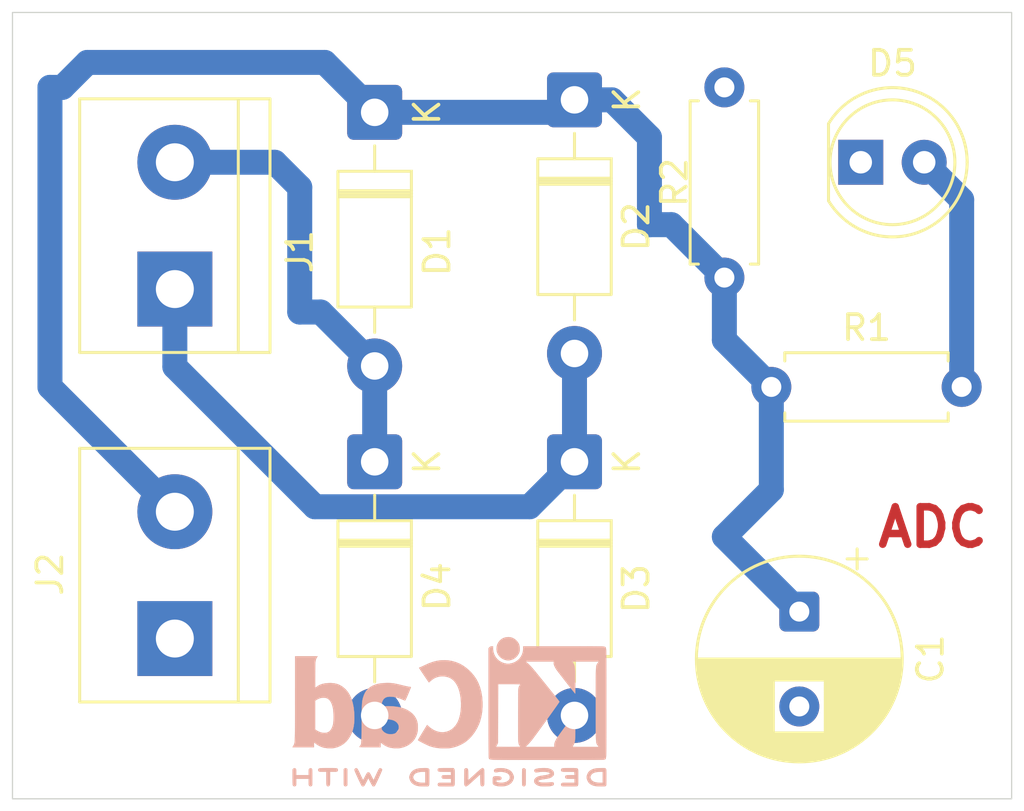
<source format=kicad_pcb>
(kicad_pcb (version 20241229) (generator "pcbnew") (generator_version "9.0")
  (layers (0 "F.Cu" signal) (2 "B.Cu" signal) (13 "F.Paste" user) (15 "B.Paste" user) (5 "F.SilkS" user "F.Silkscreen") (7 "B.SilkS" user "B.Silkscreen") (1 "F.Mask" user) (3 "B.Mask" user) (25 "Edge.Cuts" user))
  (net 0 "")
  (net 1 "GND")
  (net 2 "/+ve")
  (net 3 "Net-(D1-A)")
  (net 4 "Net-(D2-A)")
  (net 5 "Net-(D5-A)")
  (footprint "MountingHole:ToolingHole_1.152mm" (layer "F.Cu") (at 158.5 72.5)
    (property "Reference" "REF**" (hide yes))
    (property "Value" "ToolingHole_1.152mm" (hide yes))
    (pad "" np_thru_hole circle (at 0 0) (size 1.152 1.152) (drill 1.152) (layers "*.Cu" "*.Mask"))
  )
  (footprint "Resistor_THT:R_Axial_DIN0207_L6.3mm_D2.5mm_P7.62mm_Horizontal" (layer "F.Cu") (at 148 82.12 90)
    (property "Reference" "R2" (at 3.81 -2 90) (layer "F.SilkS"))
    (property "Value" "10k")
    (pad "1" thru_hole circle (at 0 0 90) (size 1.6 1.6) (drill 0.8) (layers "*.Cu" "*.Mask") (net 2 "/+ve"))
    (pad "2" thru_hole circle (at 7.62 0 90) (size 1.6 1.6) (drill 0.8) (layers "*.Cu" "*.Mask") (net 1 "GND"))
  )
  (footprint "Diode_THT:D_DO-41_SOD81_P10.16mm_Horizontal" (layer "F.Cu") (at 134 75.5 -90)
    (property "Reference" "D1" (at 5.58 -2.5 90) (layer "F.SilkS"))
    (property "Value" "1N4007")
    (fp_text user "K" (at 0 -2.1 90) (layer "F.SilkS"))
    (pad "1" thru_hole roundrect (at 0 0 270) (size 2.2 2.2) (drill 1.1) (layers "*.Cu" "*.Mask") (roundrect_rratio 0.113636) (net 2 "/+ve"))
    (pad "2" thru_hole circle (at 10.16 0 270) (size 2.2 2.2) (drill 1.1) (layers "*.Cu" "*.Mask") (net 3 "Net-(D1-A)"))
  )
  (footprint "Diode_THT:D_DO-41_SOD81_P10.16mm_Horizontal" (layer "F.Cu") (at 134 89.5 -90)
    (property "Reference" "D4" (at 5 -2.5 90) (layer "F.SilkS"))
    (property "Value" "1N4007")
    (fp_text user "K" (at 0 -2.1 90) (layer "F.SilkS"))
    (pad "1" thru_hole roundrect (at 0 0 270) (size 2.2 2.2) (drill 1.1) (layers "*.Cu" "*.Mask") (roundrect_rratio 0.113636) (net 3 "Net-(D1-A)"))
    (pad "2" thru_hole circle (at 10.16 0 270) (size 2.2 2.2) (drill 1.1) (layers "*.Cu" "*.Mask") (net 1 "GND"))
  )
  (footprint "MountingHole:ToolingHole_1.152mm" (layer "F.Cu") (at 120.5 72.5)
    (property "Reference" "REF**" (hide yes))
    (property "Value" "ToolingHole_1.152mm" (hide yes))
    (pad "" np_thru_hole circle (at 0 0) (size 1.152 1.152) (drill 1.152) (layers "*.Cu" "*.Mask"))
  )
  (footprint "Resistor_THT:R_Axial_DIN0207_L6.3mm_D2.5mm_P7.62mm_Horizontal" (layer "F.Cu") (at 149.88 86.5)
    (property "Reference" "R1" (at 3.81 -2.37 0) (layer "F.SilkS"))
    (property "Value" "2.2k")
    (pad "1" thru_hole circle (at 0 0) (size 1.6 1.6) (drill 0.8) (layers "*.Cu" "*.Mask") (net 2 "/+ve"))
    (pad "2" thru_hole circle (at 7.62 0) (size 1.6 1.6) (drill 0.8) (layers "*.Cu" "*.Mask") (net 5 "Net-(D5-A)"))
  )
  (footprint "TerminalBlock:TerminalBlock_bornier-2_P5.08mm" (layer "F.Cu") (at 126 82.58 90)
    (property "Reference" "J1" (at 1.5 5 90) (layer "F.SilkS"))
    (property "Value" "J1" (hide yes))
    (pad "1" thru_hole rect (at 0 0 90) (size 3 3) (drill 1.52) (layers "*.Cu" "*.Mask") (net 4 "Net-(D2-A)"))
    (pad "2" thru_hole circle (at 5.08 0 90) (size 3 3) (drill 1.52) (layers "*.Cu" "*.Mask") (net 3 "Net-(D1-A)"))
  )
  (footprint "Diode_THT:D_DO-41_SOD81_P10.16mm_Horizontal" (layer "F.Cu") (at 142 75 -90)
    (property "Reference" "D2" (at 5.08 -2.47 90) (layer "F.SilkS"))
    (property "Value" "1N4007" (hide yes))
    (fp_text user "K" (at 0 -2.1 90) (layer "F.SilkS"))
    (pad "1" thru_hole roundrect (at 0 0 270) (size 2.2 2.2) (drill 1.1) (layers "*.Cu" "*.Mask") (roundrect_rratio 0.113636) (net 2 "/+ve"))
    (pad "2" thru_hole circle (at 10.16 0 270) (size 2.2 2.2) (drill 1.1) (layers "*.Cu" "*.Mask") (net 4 "Net-(D2-A)"))
  )
  (footprint "Diode_THT:D_DO-41_SOD81_P10.16mm_Horizontal" (layer "F.Cu") (at 142 89.5 -90)
    (property "Reference" "D3" (at 5.08 -2.47 90) (layer "F.SilkS"))
    (property "Value" "1N4007")
    (fp_text user "K" (at 0 -2.1 90) (layer "F.SilkS"))
    (pad "1" thru_hole roundrect (at 0 0 270) (size 2.2 2.2) (drill 1.1) (layers "*.Cu" "*.Mask") (roundrect_rratio 0.113636) (net 4 "Net-(D2-A)"))
    (pad "2" thru_hole circle (at 10.16 0 270) (size 2.2 2.2) (drill 1.1) (layers "*.Cu" "*.Mask") (net 1 "GND"))
  )
  (footprint "LED_THT:LED_D5.0mm" (layer "F.Cu") (at 153.46 77.5)
    (property "Reference" "D5" (at 1.27 -3.96 0) (layer "F.SilkS"))
    (property "Value" "LED")
    (pad "1" thru_hole rect (at 0 0) (size 1.8 1.8) (drill 0.9) (layers "*.Cu" "*.Mask") (net 1 "GND"))
    (pad "2" thru_hole circle (at 2.54 0) (size 1.8 1.8) (drill 0.9) (layers "*.Cu" "*.Mask") (net 5 "Net-(D5-A)"))
  )
  (footprint "TerminalBlock:TerminalBlock_bornier-2_P5.08mm" (layer "F.Cu") (at 126 96.58 90)
    (property "Reference" "J2" (at 2.58 -5 90) (layer "F.SilkS"))
    (property "Value" "Screw_Terminal_01x02" (hide yes))
    (pad "1" thru_hole rect (at 0 0 90) (size 3 3) (drill 1.52) (layers "*.Cu" "*.Mask") (net 1 "GND"))
    (pad "2" thru_hole circle (at 5.08 0 90) (size 3 3) (drill 1.52) (layers "*.Cu" "*.Mask") (net 2 "/+ve"))
  )
  (footprint "MountingHole:ToolingHole_1.152mm" (layer "F.Cu") (at 158.5 102)
    (property "Reference" "REF**" (hide yes))
    (property "Value" "ToolingHole_1.152mm" (hide yes))
    (pad "" np_thru_hole circle (at 0 0) (size 1.152 1.152) (drill 1.152) (layers "*.Cu" "*.Mask"))
  )
  (footprint "MountingHole:ToolingHole_1.152mm" (layer "F.Cu") (at 120.5 102)
    (property "Reference" "REF**" (hide yes))
    (property "Value" "ToolingHole_1.152mm" (hide yes))
    (pad "" np_thru_hole circle (at 0 0) (size 1.152 1.152) (drill 1.152) (layers "*.Cu" "*.Mask"))
  )
  (footprint "Capacitor_THT:CP_Radial_D8.0mm_P3.80mm" (layer "F.Cu") (at 151 95.5 -90)
    (property "Reference" "C1" (at 1.9 -5.25 90) (layer "F.SilkS"))
    (property "Value" "1000uF")
    (pad "1" thru_hole roundrect (at 0 0 270) (size 1.6 1.6) (drill 0.8) (layers "*.Cu" "*.Mask") (roundrect_rratio 0.15625) (net 2 "/+ve"))
    (pad "2" thru_hole circle (at 3.8 0 270) (size 1.6 1.6) (drill 0.8) (layers "*.Cu" "*.Mask") (net 1 "GND"))
  )
  (footprint "Symbol:KiCad-Logo2_5mm_SilkScreen" (layer "B.Cu") (at 137 99.5 180)
    (property "Reference" "REF**" (hide yes))
    (property "Value" "KiCad-Logo2_5mm_SilkScreen" (hide yes))
  )
  (gr_text "ADC" (at 154 93 0) (layer "F.Cu") (effects (font (size 1.5 1.5) (thickness 0.3) (bold yes)) (justify left bottom)))
  (gr_text_box "" (start 119.5 71.5) (end 159.5 103) (margins 1.0025 1.0025 1.0025 1.0025) (layer "Edge.Cuts") (effects (font (size 1 1)) (justify left top)) (border yes) (stroke (width 0.05)))
  (segment (start 122.5 73.5) (end 132 73.5) (width 1) (layer "B.Cu") (net 2))
  (segment (start 145 80) (end 145.88 80) (width 1) (layer "B.Cu") (net 2))
  (segment (start 149.88 90.62) (end 148 92.5) (width 1) (layer "B.Cu") (net 2))
  (segment (start 121.5 74.5) (end 122.5 73.5) (width 1) (layer "B.Cu") (net 2))
  (segment (start 142 75) (end 143.5 75) (width 1) (layer "B.Cu") (net 2))
  (segment (start 145.88 80) (end 148 82.12) (width 1) (layer "B.Cu") (net 2))
  (segment (start 148 82.12) (end 148 84.62) (width 1) (layer "B.Cu") (net 2))
  (segment (start 121 74.5) (end 121.5 74.5) (width 1) (layer "B.Cu") (net 2))
  (segment (start 143.5 75) (end 145 76.5) (width 1) (layer "B.Cu") (net 2))
  (segment (start 148 84.62) (end 149.88 86.5) (width 1) (layer "B.Cu") (net 2))
  (segment (start 126 91.5) (end 121 86.5) (width 1) (layer "B.Cu") (net 2))
  (segment (start 145 76.5) (end 145 80) (width 1) (layer "B.Cu") (net 2))
  (segment (start 148 92.5) (end 151 95.5) (width 1) (layer "B.Cu") (net 2))
  (segment (start 149.88 86.5) (end 149.88 90.62) (width 1) (layer "B.Cu") (net 2))
  (segment (start 134 75.5) (end 141.5 75.5) (width 1) (layer "B.Cu") (net 2))
  (segment (start 132 73.5) (end 134 75.5) (width 1) (layer "B.Cu") (net 2))
  (segment (start 141.5 75.5) (end 142 75) (width 1) (layer "B.Cu") (net 2))
  (segment (start 121 86.5) (end 121 74.5) (width 1) (layer "B.Cu") (net 2))
  (segment (start 131.84 83.5) (end 134 85.66) (width 1) (layer "B.Cu") (net 3))
  (segment (start 131 78.5) (end 131 83.5) (width 1) (layer "B.Cu") (net 3))
  (segment (start 134 85.66) (end 134 89.5) (width 1) (layer "B.Cu") (net 3))
  (segment (start 131 83.5) (end 131.84 83.5) (width 1) (layer "B.Cu") (net 3))
  (segment (start 134 85.5) (end 134 85.66) (width 1) (layer "B.Cu") (net 3))
  (segment (start 126 77.5) (end 130 77.5) (width 1) (layer "B.Cu") (net 3))
  (segment (start 130 77.5) (end 131 78.5) (width 1) (layer "B.Cu") (net 3))
  (segment (start 131.608315 91.301) (end 140.199 91.301) (width 1) (layer "B.Cu") (net 4))
  (segment (start 126 85.692685) (end 131.608315 91.301) (width 1) (layer "B.Cu") (net 4))
  (segment (start 140.199 91.301) (end 142 89.5) (width 1) (layer "B.Cu") (net 4))
  (segment (start 142 85.16) (end 142 89.5) (width 1) (layer "B.Cu") (net 4))
  (segment (start 126 82.58) (end 126 85.692685) (width 1) (layer "B.Cu") (net 4))
  (segment (start 157.5 79) (end 156 77.5) (width 1) (layer "B.Cu") (net 5))
  (segment (start 157.5 86.5) (end 157.5 79) (width 1) (layer "B.Cu") (net 5))
)
</source>
